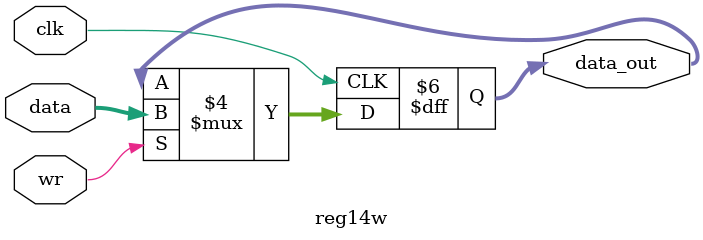
<source format=v>
module reg14w(clk, wr, data, data_out);

input wire clk;
input wire [13:0] data;
input wire wr;
output reg [13:0] data_out;

initial begin
	data_out <= 14'd0;
end

always @ (posedge clk) begin
	if (wr==1) begin
		data_out <= data;
	end
end

endmodule

</source>
